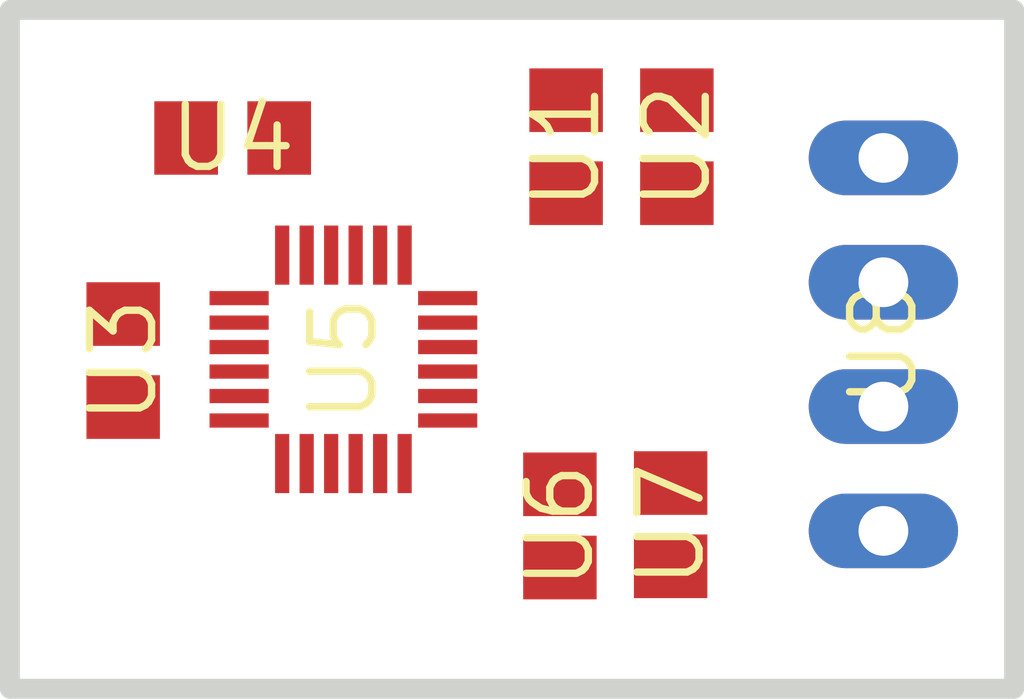
<source format=kicad_pcb>
(kicad_pcb (version 20171130) (host pcbnew "(5.1.4-0-10_14)")

  (general
    (thickness 1.6)
    (drawings 4)
    (tracks 0)
    (zones 0)
    (modules 8)
    (nets 16)
  )

  (page A4)
  (layers
    (0 Top signal)
    (31 Bottom signal)
    (32 B.Adhes user)
    (33 F.Adhes user)
    (34 B.Paste user)
    (35 F.Paste user)
    (36 B.SilkS user)
    (37 F.SilkS user)
    (38 B.Mask user)
    (39 F.Mask user)
    (40 Dwgs.User user)
    (41 Cmts.User user)
    (42 Eco1.User user)
    (43 Eco2.User user)
    (44 Edge.Cuts user)
    (45 Margin user)
    (46 B.CrtYd user)
    (47 F.CrtYd user)
    (48 B.Fab user)
    (49 F.Fab user)
  )

  (setup
    (last_trace_width 0.3048)
    (trace_clearance 0.1524)
    (zone_clearance 0.508)
    (zone_45_only no)
    (trace_min 0.2)
    (via_size 0.8)
    (via_drill 0.4)
    (via_min_size 0.4)
    (via_min_drill 0.3)
    (uvia_size 0.3)
    (uvia_drill 0.1)
    (uvias_allowed yes)
    (uvia_min_size 0.2)
    (uvia_min_drill 0.1)
    (edge_width 0.05)
    (segment_width 0.2)
    (pcb_text_width 0.3)
    (pcb_text_size 1.5 1.5)
    (mod_edge_width 0.12)
    (mod_text_size 1 1)
    (mod_text_width 0.15)
    (pad_size 1.524 1.524)
    (pad_drill 0.762)
    (pad_to_mask_clearance 0.051)
    (solder_mask_min_width 0.25)
    (aux_axis_origin 0 0)
    (visible_elements 7FFFFFFF)
    (pcbplotparams
      (layerselection 0x010fc_ffffffff)
      (usegerberextensions false)
      (usegerberattributes false)
      (usegerberadvancedattributes false)
      (creategerberjobfile false)
      (excludeedgelayer true)
      (linewidth 0.100000)
      (plotframeref false)
      (viasonmask false)
      (mode 1)
      (useauxorigin false)
      (hpglpennumber 1)
      (hpglpenspeed 20)
      (hpglpendiameter 15.000000)
      (psnegative false)
      (psa4output false)
      (plotreference true)
      (plotvalue true)
      (plotinvisibletext false)
      (padsonsilk false)
      (subtractmaskfromsilk false)
      (outputformat 1)
      (mirror false)
      (drillshape 1)
      (scaleselection 1)
      (outputdirectory ""))
  )

  (net 0 "")
  (net 1 GND)
  (net 2 VDD)
  (net 3 /SDA)
  (net 4 /SCL)
  (net 5 "Net-(R2-Pad1)")
  (net 6 "Net-(R1-Pad1)")
  (net 7 "Net-(U1-Pad14)")
  (net 8 "Net-(U1-Pad13)")
  (net 9 "Net-(U1-Pad12)")
  (net 10 "Net-(U1-Pad11)")
  (net 11 "Net-(U1-Pad10)")
  (net 12 "Net-(C1-Pad1)")
  (net 13 "Net-(C1-Pad2)")
  (net 14 "Net-(C2-Pad2)")
  (net 15 "Net-(U1-Pad1)")

  (net_class Default "This is the default net class."
    (clearance 0.1524)
    (trace_width 0.3048)
    (via_dia 0.8)
    (via_drill 0.4)
    (uvia_dia 0.3)
    (uvia_drill 0.1)
    (add_net /SCL)
    (add_net /SDA)
    (add_net GND)
    (add_net "Net-(C1-Pad1)")
    (add_net "Net-(C1-Pad2)")
    (add_net "Net-(C2-Pad2)")
    (add_net "Net-(R1-Pad1)")
    (add_net "Net-(R2-Pad1)")
    (add_net "Net-(U1-Pad1)")
    (add_net "Net-(U1-Pad10)")
    (add_net "Net-(U1-Pad11)")
    (add_net "Net-(U1-Pad12)")
    (add_net "Net-(U1-Pad13)")
    (add_net "Net-(U1-Pad14)")
    (add_net VDD)
  )

  (module imu:C0805 (layer Top) (tedit 5DCDEC05) (tstamp 5DC8EB23)
    (at 149.606 100.8634 270)
    (descr <b>CAPACITOR</b><p>)
    (path /A60240AA)
    (fp_text reference U1 (at 0 0 270) (layer F.SilkS)
      (effects (font (size 1.27 1.27) (thickness 0.15)))
    )
    (fp_text value "" (at 0 0 270) (layer F.SilkS)
      (effects (font (size 1.27 1.27) (thickness 0.15)))
    )
    (fp_poly (pts (xy -1.97 -0.98) (xy 1.97 -0.98) (xy 1.97 0.98) (xy -1.97 0.98)) (layer F.CrtYd) (width 0.05))
    (pad 2 smd rect (at 0.95 0 270) (size 1.3 1.5) (layers Top F.Paste F.Mask)
      (net 1 GND) (solder_mask_margin 0.1016))
    (pad 1 smd rect (at -0.95 0 270) (size 1.3 1.5) (layers Top F.Paste F.Mask)
      (net 2 VDD) (solder_mask_margin 0.1016))
  )

  (module imu:C0805 (layer Top) (tedit 5DCDEC05) (tstamp 5DC8EB31)
    (at 151.8666 100.8634 270)
    (descr <b>CAPACITOR</b><p>)
    (path /C3EA450F)
    (fp_text reference U2 (at 0 0 270) (layer F.SilkS)
      (effects (font (size 1.27 1.27) (thickness 0.15)))
    )
    (fp_text value "" (at 0 0 270) (layer F.SilkS)
      (effects (font (size 1.27 1.27) (thickness 0.15)))
    )
    (fp_poly (pts (xy -1.97 -0.98) (xy 1.97 -0.98) (xy 1.97 0.98) (xy -1.97 0.98)) (layer F.CrtYd) (width 0.05))
    (pad 2 smd rect (at 0.95 0 270) (size 1.3 1.5) (layers Top F.Paste F.Mask)
      (net 1 GND) (solder_mask_margin 0.1016))
    (pad 1 smd rect (at -0.95 0 270) (size 1.3 1.5) (layers Top F.Paste F.Mask)
      (net 2 VDD) (solder_mask_margin 0.1016))
  )

  (module imu:C0805 (layer Top) (tedit 5DCDEC05) (tstamp 5DC8EB3F)
    (at 140.5636 105.2322 90)
    (descr <b>CAPACITOR</b><p>)
    (path /7A0BA227)
    (fp_text reference U3 (at 0 0 90) (layer F.SilkS)
      (effects (font (size 1.27 1.27) (thickness 0.15)))
    )
    (fp_text value "" (at 0 0 90) (layer F.SilkS)
      (effects (font (size 1.27 1.27) (thickness 0.15)))
    )
    (fp_poly (pts (xy -1.97 -0.98) (xy 1.97 -0.98) (xy 1.97 0.98) (xy -1.97 0.98)) (layer F.CrtYd) (width 0.05))
    (pad 2 smd rect (at 0.95 0 90) (size 1.3 1.5) (layers Top F.Paste F.Mask)
      (net 13 "Net-(C1-Pad2)") (solder_mask_margin 0.1016))
    (pad 1 smd rect (at -0.95 0 90) (size 1.3 1.5) (layers Top F.Paste F.Mask)
      (net 12 "Net-(C1-Pad1)") (solder_mask_margin 0.1016))
  )

  (module imu:C0805 (layer Top) (tedit 5DCDEC05) (tstamp 5DC8EB4D)
    (at 142.7988 100.6856 180)
    (descr <b>CAPACITOR</b><p>)
    (path /39D9FF9F)
    (fp_text reference U4 (at 0 0 180) (layer F.SilkS)
      (effects (font (size 1.27 1.27) (thickness 0.15)))
    )
    (fp_text value "" (at 0 0 180) (layer F.SilkS)
      (effects (font (size 1.27 1.27) (thickness 0.15)))
    )
    (fp_poly (pts (xy -1.97 -0.98) (xy 1.97 -0.98) (xy 1.97 0.98) (xy -1.97 0.98)) (layer F.CrtYd) (width 0.05))
    (pad 2 smd rect (at 0.95 0 180) (size 1.3 1.5) (layers Top F.Paste F.Mask)
      (net 14 "Net-(C2-Pad2)") (solder_mask_margin 0.1016))
    (pad 1 smd rect (at -0.95 0 180) (size 1.3 1.5) (layers Top F.Paste F.Mask)
      (net 1 GND) (solder_mask_margin 0.1016))
  )

  (module imu:LGA-24 (layer Top) (tedit 5DCDEC7A) (tstamp 5DC8EAD5)
    (at 145.0594 105.2068 270)
    (descr "<h3>LGA 4x4x1 mm 24-lead</h3>\n<ul><li>0.5mm pitch</li>\n<li>Pads are 0.35x0.2 mm square</li>\n</ul>\n<p>This package is used for:<p>\n<ul><li>ST Micro LSM9DS0 3D accel/gyro/mag</li></ul>")
    (path /94FABF20)
    (fp_text reference U5 (at 0 0 270) (layer F.SilkS)
      (effects (font (size 1.27 1.27) (thickness 0.15)))
    )
    (fp_text value "" (at 0 0 270) (layer F.SilkS)
      (effects (font (size 1.27 1.27) (thickness 0.15)))
    )
    (fp_poly (pts (xy -3 -3) (xy 3 -3) (xy 3 3) (xy -3 3)) (layer F.CrtYd) (width 0.1))
    (pad 24 smd rect (at -1.25 -2.129 270) (size 0.29 1.208) (layers Top F.Paste F.Mask)
      (net 3 /SDA) (solder_mask_margin 0.1016))
    (pad 23 smd rect (at -0.75 -2.129 270) (size 0.29 1.208) (layers Top F.Paste F.Mask)
      (net 1 GND) (solder_mask_margin 0.1016))
    (pad 22 smd rect (at -0.25 -2.129 270) (size 0.29 1.208) (layers Top F.Paste F.Mask)
      (net 1 GND) (solder_mask_margin 0.1016))
    (pad 21 smd rect (at 0.25 -2.129 270) (size 0.29 1.208) (layers Top F.Paste F.Mask)
      (net 4 /SCL) (solder_mask_margin 0.1016))
    (pad 20 smd rect (at 0.75 -2.129 270) (size 0.29 1.208) (layers Top F.Paste F.Mask)
      (net 5 "Net-(R2-Pad1)") (solder_mask_margin 0.1016))
    (pad 19 smd rect (at 1.25 -2.129 270) (size 0.29 1.208) (layers Top F.Paste F.Mask)
      (net 6 "Net-(R1-Pad1)") (solder_mask_margin 0.1016))
    (pad 18 smd rect (at 2.129 -1.25 180) (size 0.29 1.208) (layers Top F.Paste F.Mask)
      (net 2 VDD) (solder_mask_margin 0.1016))
    (pad 17 smd rect (at 2.129 -0.75 180) (size 0.29 1.208) (layers Top F.Paste F.Mask)
      (net 2 VDD) (solder_mask_margin 0.1016))
    (pad 16 smd rect (at 2.129 -0.25 180) (size 0.29 1.208) (layers Top F.Paste F.Mask)
      (net 2 VDD) (solder_mask_margin 0.1016))
    (pad 15 smd rect (at 2.129 0.25 180) (size 0.29 1.208) (layers Top F.Paste F.Mask)
      (net 2 VDD) (solder_mask_margin 0.1016))
    (pad 14 smd rect (at 2.129 0.75 180) (size 0.29 1.208) (layers Top F.Paste F.Mask)
      (net 7 "Net-(U1-Pad14)") (solder_mask_margin 0.1016))
    (pad 13 smd rect (at 2.129 1.25 180) (size 0.29 1.208) (layers Top F.Paste F.Mask)
      (net 8 "Net-(U1-Pad13)") (solder_mask_margin 0.1016))
    (pad 12 smd rect (at 1.25 2.129 90) (size 0.29 1.208) (layers Top F.Paste F.Mask)
      (net 9 "Net-(U1-Pad12)") (solder_mask_margin 0.1016))
    (pad 11 smd rect (at 0.75 2.129 90) (size 0.29 1.208) (layers Top F.Paste F.Mask)
      (net 10 "Net-(U1-Pad11)") (solder_mask_margin 0.1016))
    (pad 10 smd rect (at 0.25 2.129 90) (size 0.29 1.208) (layers Top F.Paste F.Mask)
      (net 11 "Net-(U1-Pad10)") (solder_mask_margin 0.1016))
    (pad 9 smd rect (at -0.25 2.129 90) (size 0.29 1.208) (layers Top F.Paste F.Mask)
      (net 12 "Net-(C1-Pad1)") (solder_mask_margin 0.1016))
    (pad 8 smd rect (at -0.75 2.129 90) (size 0.29 1.208) (layers Top F.Paste F.Mask)
      (net 13 "Net-(C1-Pad2)") (solder_mask_margin 0.1016))
    (pad 7 smd rect (at -1.25 2.129 90) (size 0.29 1.208) (layers Top F.Paste F.Mask)
      (net 14 "Net-(C2-Pad2)") (solder_mask_margin 0.1016))
    (pad 6 smd rect (at -2.129 1.25) (size 0.29 1.208) (layers Top F.Paste F.Mask)
      (net 1 GND) (solder_mask_margin 0.1016))
    (pad 5 smd rect (at -2.129 0.75) (size 0.29 1.208) (layers Top F.Paste F.Mask)
      (net 1 GND) (solder_mask_margin 0.1016))
    (pad 4 smd rect (at -2.129 0.25) (size 0.29 1.208) (layers Top F.Paste F.Mask)
      (net 1 GND) (solder_mask_margin 0.1016))
    (pad 3 smd rect (at -2.129 -0.25) (size 0.29 1.208) (layers Top F.Paste F.Mask)
      (net 1 GND) (solder_mask_margin 0.1016))
    (pad 2 smd rect (at -2.129 -0.75) (size 0.29 1.208) (layers Top F.Paste F.Mask)
      (net 1 GND) (solder_mask_margin 0.1016))
    (pad 1 smd rect (at -2.129 -1.25) (size 0.29 1.208) (layers Top F.Paste F.Mask)
      (net 15 "Net-(U1-Pad1)") (solder_mask_margin 0.1016))
  )

  (module imu:R0805 (layer Top) (tedit 5DCDEBD1) (tstamp 5DC8EB5B)
    (at 149.479 108.6104 270)
    (descr "<b>RESISTOR</b><p>\nchip")
    (path /5FC72806)
    (fp_text reference U6 (at 0 0 270) (layer F.SilkS)
      (effects (font (size 1.27 1.27) (thickness 0.15)))
    )
    (fp_text value "" (at 0 0 270) (layer F.SilkS)
      (effects (font (size 1.27 1.27) (thickness 0.15)))
    )
    (fp_poly (pts (xy -2 -1) (xy 2 -1) (xy 2 1) (xy -2 1)) (layer F.CrtYd) (width 0.1))
    (pad 2 smd rect (at 0.85 0 270) (size 1.3 1.5) (layers Top F.Paste F.Mask)
      (net 2 VDD) (solder_mask_margin 0.1016))
    (pad 1 smd rect (at -0.85 0 270) (size 1.3 1.5) (layers Top F.Paste F.Mask)
      (net 6 "Net-(R1-Pad1)") (solder_mask_margin 0.1016))
  )

  (module imu:R0805 (layer Top) (tedit 5DCDEBD1) (tstamp 5DC8EB69)
    (at 151.7396 108.585 270)
    (descr "<b>RESISTOR</b><p>\nchip")
    (path /8EFFCFBB)
    (fp_text reference U7 (at 0 0 270) (layer F.SilkS)
      (effects (font (size 1.27 1.27) (thickness 0.15)))
    )
    (fp_text value "" (at 0 0 270) (layer F.SilkS)
      (effects (font (size 1.27 1.27) (thickness 0.15)))
    )
    (fp_poly (pts (xy -2 -1) (xy 2 -1) (xy 2 1) (xy -2 1)) (layer F.CrtYd) (width 0.1))
    (pad 2 smd rect (at 0.85 0 270) (size 1.3 1.5) (layers Top F.Paste F.Mask)
      (net 2 VDD) (solder_mask_margin 0.1016))
    (pad 1 smd rect (at -0.85 0 270) (size 1.3 1.5) (layers Top F.Paste F.Mask)
      (net 5 "Net-(R2-Pad1)") (solder_mask_margin 0.1016))
  )

  (module imu:MA04-1 (layer Top) (tedit 5DCDED3B) (tstamp 5DC8EB77)
    (at 156.083 104.902 90)
    (descr "<b>PIN HEADER</b>")
    (path /4C9F70DA)
    (fp_text reference U8 (at 0 0 90) (layer F.SilkS)
      (effects (font (size 1.27 1.27) (thickness 0.15)))
    )
    (fp_text value "" (at 0 0 90) (layer F.SilkS)
      (effects (font (size 1.27 1.27) (thickness 0.15)))
    )
    (fp_poly (pts (xy -5 -1.75) (xy 5 -1.75) (xy 5 1.75) (xy -5 1.75)) (layer F.CrtYd) (width 0.1))
    (fp_poly (pts (xy -5 -1.75) (xy 5 -1.75) (xy 5 1.75) (xy -5 1.75)) (layer B.CrtYd) (width 0.1))
    (pad 1 thru_hole oval (at -3.81 0 180) (size 3.048 1.524) (drill 1.016) (layers *.Cu *.Mask)
      (net 2 VDD) (solder_mask_margin 0.1016))
    (pad 2 thru_hole oval (at -1.27 0 180) (size 3.048 1.524) (drill 1.016) (layers *.Cu *.Mask)
      (net 4 /SCL) (solder_mask_margin 0.1016))
    (pad 3 thru_hole oval (at 1.27 0 180) (size 3.048 1.524) (drill 1.016) (layers *.Cu *.Mask)
      (net 3 /SDA) (solder_mask_margin 0.1016))
    (pad 4 thru_hole oval (at 3.81 0 180) (size 3.048 1.524) (drill 1.016) (layers *.Cu *.Mask)
      (net 1 GND) (solder_mask_margin 0.1016))
  )

  (gr_line (start 138.2522 111.9378) (end 138.2522 98.0694) (layer Edge.Cuts) (width 0.4064) (tstamp 1CAD9470))
  (gr_line (start 138.2522 98.0694) (end 158.75 98.0694) (layer Edge.Cuts) (width 0.4064) (tstamp 1CAD8750))
  (gr_line (start 158.75 98.0694) (end 158.75 111.9378) (layer Edge.Cuts) (width 0.4064) (tstamp 1CAD8CF0))
  (gr_line (start 158.75 111.9378) (end 138.2522 111.9378) (layer Edge.Cuts) (width 0.4064) (tstamp 1CAD9BF0))

)

</source>
